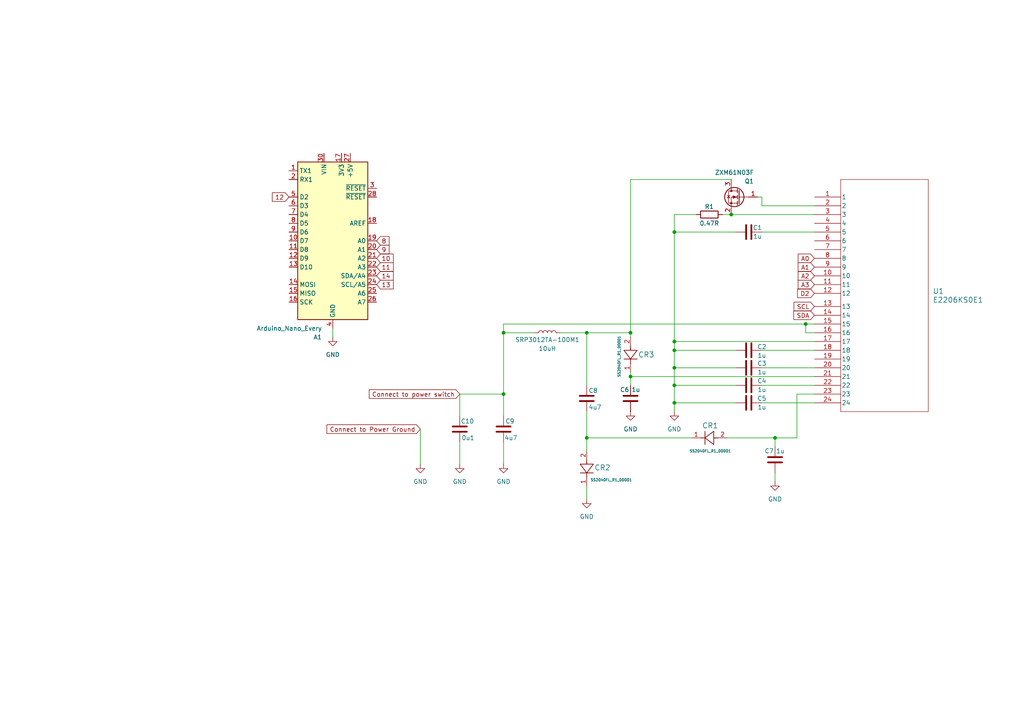
<source format=kicad_sch>
(kicad_sch (version 20250114) (generator "eeschema") (generator_version "9.0")
  (paper "A4")
  (lib_symbols
    (symbol "Transistor_FET:ZXM61N03F" (pin_names (offset 0) (hide yes))
      (property "Reference" "Q" (at 5.08 1.905 0))
      (property "Value" "ZXM61N03F" (at 5.08 0 0))
      (symbol "ZXM61N03F_0_1"
        (polyline (pts (xy 0.254 1.905) (xy 0.254 -1.905)) (stroke (width 0.254)))
        (polyline (pts (xy 0.254 0) (xy -2.54 0)))
        (polyline (pts (xy 0.762 2.286) (xy 0.762 1.27)) (stroke (width 0.254)))
        (polyline (pts (xy 0.762 0.508) (xy 0.762 -0.508)) (stroke (width 0.254)))
        (polyline (pts (xy 0.762 -1.27) (xy 0.762 -2.286)) (stroke (width 0.254)))
        (polyline (pts (xy 0.762 -1.778) (xy 3.302 -1.778) (xy 3.302 1.778) (xy 0.762 1.778)))
        (polyline (pts (xy 1.016 0) (xy 2.032 0.381) (xy 2.032 -0.381) (xy 1.016 0)) (fill (type outline)))
        (circle (center 1.651 0) (radius 2.794) (stroke (width 0.254)))
        (polyline (pts (xy 2.54 2.54) (xy 2.54 1.778)))
        (circle (center 2.54 1.778) (radius 0.254) (fill (type outline)))
        (circle (center 2.54 -1.778) (radius 0.254) (fill (type outline)))
        (polyline (pts (xy 2.54 -2.54) (xy 2.54 0) (xy 0.762 0)))
        (polyline (pts (xy 2.921 0.381) (xy 3.683 0.381)))
        (polyline (pts (xy 3.302 0.381) (xy 2.921 -0.254) (xy 3.683 -0.254) (xy 3.302 0.381)))
      )
      (symbol "ZXM61N03F_1_1"
        (pin input line (at -5.08 0 0) (length 2.54) (name "G") (number "1"))
        (pin passive line (at 2.54 5.08 270) (length 2.54) (name "D") (number "3"))
        (pin passive line (at 2.54 -5.08 90) (length 2.54) (name "S") (number "2"))
      )
    )
    (symbol "power:GND" (power) (pin_numbers (hide yes)) (pin_names (offset 0) (hide yes))
      (property "Value" "GND" (at 0 -3.81 0))
      (symbol "GND_0_1"
        (polyline (pts (xy 0 0) (xy 0 -1.27) (xy 1.27 -1.27) (xy 0 -2.54) (xy -1.27 -1.27) (xy 0 -1.27)))
      )
      (symbol "GND_1_1"
        (pin power_in line (at 0 0 270) (length 0) (name "~") (number "1"))
      )
    )
    (symbol "rsx_Capacitors:0u1" (pin_numbers (hide yes)) (pin_names (offset 0.254))
      (property "Reference" "C" (at 0.635 2.54 0))
      (property "Value" "0u1" (at 0.635 -2.54 0))
      (symbol "0u1_0_1"
        (polyline (pts (xy -2.032 0.762) (xy 2.032 0.762)) (stroke (width 0.508)))
        (polyline (pts (xy -2.032 -0.762) (xy 2.032 -0.762)) (stroke (width 0.508)))
      )
      (symbol "0u1_1_1"
        (pin passive line (at 0 3.81 270) (length 2.794) (name "~") (number "1"))
        (pin passive line (at 0 -3.81 90) (length 2.794) (name "~") (number "2"))
      )
    )
    (symbol "rsx_Capacitors:1u" (pin_numbers (hide yes)) (pin_names (offset 0.254))
      (property "Reference" "C" (at 0.635 2.54 0))
      (property "Value" "1u" (at 0.635 -2.54 0))
      (symbol "1u_0_1"
        (polyline (pts (xy -2.032 0.762) (xy 2.032 0.762)) (stroke (width 0.508)))
        (polyline (pts (xy -2.032 -0.762) (xy 2.032 -0.762)) (stroke (width 0.508)))
      )
      (symbol "1u_1_1"
        (pin passive line (at 0 3.81 270) (length 2.794) (name "~") (number "1"))
        (pin passive line (at 0 -3.81 90) (length 2.794) (name "~") (number "2"))
      )
    )
    (symbol "rsx_Capacitors:4u7" (pin_numbers (hide yes)) (pin_names (offset 0.254))
      (property "Reference" "C" (at 0.635 2.54 0))
      (property "Value" "4u7" (at 0.635 -2.54 0))
      (symbol "4u7_0_1"
        (polyline (pts (xy -2.032 0.762) (xy 2.032 0.762)) (stroke (width 0.508)))
        (polyline (pts (xy -2.032 -0.762) (xy 2.032 -0.762)) (stroke (width 0.508)))
      )
      (symbol "4u7_1_1"
        (pin passive line (at 0 3.81 270) (length 2.794) (name "~") (number "1"))
        (pin passive line (at 0 -3.81 90) (length 2.794) (name "~") (number "2"))
      )
    )
    (symbol "rsx_Modules:Arduino_Nano_Every"
      (property "Reference" "A" (at -10.16 23.495 0))
      (property "Value" "Arduino_Nano_Every" (at 5.08 -24.13 0))
      (symbol "Arduino_Nano_Every_0_1"
        (rectangle (start -10.16 22.86) (end 10.16 -22.86) (stroke (width 0.254)) (fill (type background)))
      )
      (symbol "Arduino_Nano_Every_1_1"
        (pin bidirectional line (at -12.7 20.32 0) (length 2.54) (name "TX1") (number "1"))
        (pin bidirectional line (at -12.7 17.78 0) (length 2.54) (name "RX1") (number "2"))
        (pin bidirectional line (at -12.7 12.7 0) (length 2.54) (name "D2") (number "5"))
        (pin bidirectional line (at -12.7 10.16 0) (length 2.54) (name "D3") (number "6"))
        (pin bidirectional line (at -12.7 7.62 0) (length 2.54) (name "D4") (number "7"))
        (pin bidirectional line (at -12.7 5.08 0) (length 2.54) (name "D5") (number "8"))
        (pin bidirectional line (at -12.7 2.54 0) (length 2.54) (name "D6") (number "9"))
        (pin bidirectional line (at -12.7 0 0) (length 2.54) (name "D7") (number "10"))
        (pin bidirectional line (at -12.7 -2.54 0) (length 2.54) (name "D8") (number "11"))
        (pin bidirectional line (at -12.7 -5.08 0) (length 2.54) (name "D9") (number "12"))
        (pin bidirectional line (at -12.7 -7.62 0) (length 2.54) (name "D10") (number "13"))
        (pin bidirectional line (at -12.7 -12.7 0) (length 2.54) (name "MOSI") (number "14"))
        (pin bidirectional line (at -12.7 -15.24 0) (length 2.54) (name "MISO") (number "15"))
        (pin bidirectional line (at -12.7 -17.78 0) (length 2.54) (name "SCK") (number "16"))
        (pin power_in line (at -2.54 25.4 270) (length 2.54) (name "VIN") (number "30"))
        (pin passive line (at 0 -25.4 90) (length 2.54) (hide yes) (name "GND") (number "29"))
        (pin power_in line (at 0 -25.4 90) (length 2.54) (name "GND") (number "4"))
        (pin power_out line (at 2.54 25.4 270) (length 2.54) (name "3V3") (number "17"))
        (pin power_out line (at 5.08 25.4 270) (length 2.54) (name "+5V") (number "27"))
        (pin input line (at 12.7 15.24 180) (length 2.54) (name "~{RESET}") (number "3"))
        (pin input line (at 12.7 12.7 180) (length 2.54) (name "~{RESET}") (number "28"))
        (pin input line (at 12.7 5.08 180) (length 2.54) (name "AREF") (number "18"))
        (pin bidirectional line (at 12.7 0 180) (length 2.54) (name "A0") (number "19"))
        (pin bidirectional line (at 12.7 -2.54 180) (length 2.54) (name "A1") (number "20"))
        (pin bidirectional line (at 12.7 -5.08 180) (length 2.54) (name "A2") (number "21"))
        (pin bidirectional line (at 12.7 -7.62 180) (length 2.54) (name "A3") (number "22"))
        (pin bidirectional line (at 12.7 -10.16 180) (length 2.54) (name "SDA/A4") (number "23"))
        (pin bidirectional line (at 12.7 -12.7 180) (length 2.54) (name "SCL/A5") (number "24"))
        (pin bidirectional line (at 12.7 -15.24 180) (length 2.54) (name "A6") (number "25"))
        (pin bidirectional line (at 12.7 -17.78 180) (length 2.54) (name "A7") (number "26"))
      )
    )
    (symbol "rsx_Resistors:0.47R" (pin_numbers (hide yes)) (pin_names (offset 0))
      (property "Reference" "R" (at 2.032 0 90))
      (property "Value" "0.47R" (at 0 0 90))
      (symbol "0.47R_0_1"
        (rectangle (start -1.016 -2.54) (end 1.016 2.54) (stroke (width 0.254)))
      )
      (symbol "0.47R_1_1"
        (pin passive line (at 0 3.81 270) (length 1.27) (name "~") (number "1"))
        (pin passive line (at 0 -3.81 90) (length 1.27) (name "~") (number "2"))
      )
    )
    (symbol "rsx_diodes:SS2040FL_R1_00001" (pin_names (offset 0.254))
      (property "Reference" "CR" (at 5.08 4.445 0))
      (property "Value" "SS2040FL_R1_00001" (at 5.08 -3.81 0))
      (symbol "SS2040FL_R1_00001_0_1"
        (polyline (pts (xy 2.54 0) (xy 3.4798 0)) (stroke (width 0.2032)))
        (polyline (pts (xy 3.175 0) (xy 3.81 0)) (stroke (width 0.2032)))
        (polyline (pts (xy 3.81 1.905) (xy 3.81 -1.905)) (stroke (width 0.2032)))
        (polyline (pts (xy 3.81 -1.905) (xy 6.35 0)) (stroke (width 0.2032)))
        (polyline (pts (xy 6.35 0) (xy 3.81 1.905)) (stroke (width 0.2032)))
        (polyline (pts (xy 6.35 0) (xy 7.62 0)) (stroke (width 0.2032)))
        (polyline (pts (xy 6.35 -1.905) (xy 6.35 1.905)) (stroke (width 0.2032)))
        (pin unspecified line (at 0 0 0) (length 2.54) (name "") (number "2"))
        (pin unspecified line (at 10.16 0 180) (length 2.54) (name "") (number "1"))
      )
    )
    (symbol "rsx_inductors:10uH SRP3012TA-100M" (pin_numbers (hide yes)) (pin_names (offset 1.016) (hide yes))
      (property "Reference" "SRP3012TA-100M" (at -1.27 0 90))
      (property "Value" "10uH" (at 1.905 0 90))
      (symbol "10uH SRP3012TA-100M_0_1"
        (arc (start 0 2.54) (mid 0.6323 1.905) (end 0 1.27))
        (arc (start 0 1.27) (mid 0.6323 0.635) (end 0 0))
        (arc (start 0 0) (mid 0.6323 -0.635) (end 0 -1.27))
        (arc (start 0 -1.27) (mid 0.6323 -1.905) (end 0 -2.54))
      )
      (symbol "10uH SRP3012TA-100M_1_1"
        (pin passive line (at 0 3.81 270) (length 1.27) (name "1") (number "1"))
        (pin passive line (at 0 -3.81 90) (length 1.27) (name "2") (number "2"))
      )
    )
    (symbol "rsx_misc:Graphic Display" (pin_names (offset 0.254))
      (property "Reference" "U3" (at 44.45 -2.54 0))
      (property "Value" "E2206KS0E1" (at 44.45 -5.08 0))
      (symbol "Graphic Display_0_1"
        (polyline (pts (xy 31.75 -7.62) (xy 31.75 -74.93)) (stroke (width 0.127)))
        (polyline (pts (xy 31.75 -74.93) (xy 57.15 -74.93)) (stroke (width 0.127)))
        (polyline (pts (xy 57.15 -7.62) (xy 31.75 -7.62)) (stroke (width 0.127)))
        (polyline (pts (xy 57.15 -74.93) (xy 57.15 -7.62)) (stroke (width 0.127)))
        (pin unspecified line (at 24.13 -12.7 0) (length 7.62) (name "1") (number "1"))
        (pin unspecified line (at 24.13 -15.24 0) (length 7.62) (name "2") (number "2"))
        (pin unspecified line (at 24.13 -17.78 0) (length 7.62) (name "3") (number "3"))
        (pin unspecified line (at 24.13 -20.32 0) (length 7.62) (name "4") (number "4"))
        (pin unspecified line (at 24.13 -22.86 0) (length 7.62) (name "5") (number "5"))
        (pin unspecified line (at 24.13 -25.4 0) (length 7.62) (name "6") (number "6"))
        (pin unspecified line (at 24.13 -27.94 0) (length 7.62) (name "7") (number "7"))
        (pin unspecified line (at 24.13 -30.48 0) (length 7.62) (name "8") (number "8"))
        (pin unspecified line (at 24.13 -33.02 0) (length 7.62) (name "9") (number "9"))
        (pin unspecified line (at 24.13 -35.56 0) (length 7.62) (name "10") (number "10"))
        (pin unspecified line (at 24.13 -38.1 0) (length 7.62) (name "11") (number "11"))
        (pin unspecified line (at 24.13 -40.64 0) (length 7.62) (name "12") (number "12"))
      )
      (symbol "Graphic Display_1_1"
        (pin unspecified line (at 24.13 -44.45 0) (length 7.62) (name "13") (number "13"))
        (pin unspecified line (at 24.13 -46.99 0) (length 7.62) (name "14") (number "14"))
        (pin unspecified line (at 24.13 -49.53 0) (length 7.62) (name "15") (number "15"))
        (pin unspecified line (at 24.13 -52.07 0) (length 7.62) (name "16") (number "16"))
        (pin unspecified line (at 24.13 -54.61 0) (length 7.62) (name "17") (number "17"))
        (pin unspecified line (at 24.13 -57.15 0) (length 7.62) (name "18") (number "18"))
        (pin unspecified line (at 24.13 -59.69 0) (length 7.62) (name "19") (number "19"))
        (pin unspecified line (at 24.13 -62.23 0) (length 7.62) (name "20") (number "20"))
        (pin unspecified line (at 24.13 -64.77 0) (length 7.62) (name "21") (number "21"))
        (pin unspecified line (at 24.13 -67.31 0) (length 7.62) (name "22") (number "22"))
        (pin unspecified line (at 24.13 -69.85 0) (length 7.62) (name "23") (number "23"))
        (pin unspecified line (at 24.13 -72.39 0) (length 7.62) (name "24") (number "24"))
      )
    )
  )
  (junction (at 224.79 127))
  (junction (at 195.58 99.06))
  (junction (at 212.09 62.23))
  (junction (at 195.58 111.76))
  (junction (at 146.05 96.52))
  (junction (at 182.88 96.52))
  (junction (at 170.18 96.52))
  (junction (at 182.88 109.22))
  (junction (at 195.58 116.84))
  (junction (at 195.58 67.31))
  (junction (at 146.05 114.3))
  (junction (at 195.58 101.6))
  (junction (at 170.18 127))
  (junction (at 195.58 106.68))
  (junction (at 233.68 93.98))
  (wire (pts (xy 121.92 134.62) (xy 121.92 124.46)))
  (wire (pts (xy 231.14 127) (xy 231.14 114.3)))
  (wire (pts (xy 195.58 67.31) (xy 195.58 99.06)))
  (wire (pts (xy 224.79 127) (xy 231.14 127)))
  (wire (pts (xy 220.98 57.15) (xy 220.98 59.69)))
  (wire (pts (xy 236.22 109.22) (xy 182.88 109.22)))
  (wire (pts (xy 231.14 114.3) (xy 236.22 114.3)))
  (wire (pts (xy 220.98 116.84) (xy 236.22 116.84)))
  (wire (pts (xy 220.98 59.69) (xy 236.22 59.69)))
  (wire (pts (xy 146.05 93.98) (xy 146.05 96.52)))
  (wire (pts (xy 170.18 127) (xy 170.18 130.81)))
  (wire (pts (xy 170.18 119.38) (xy 170.18 127)))
  (wire (pts (xy 236.22 96.52) (xy 233.68 96.52)))
  (wire (pts (xy 146.05 128.27) (xy 146.05 134.62)))
  (wire (pts (xy 220.98 67.31) (xy 236.22 67.31)))
  (wire (pts (xy 195.58 101.6) (xy 213.36 101.6)))
  (wire (pts (xy 133.35 114.3) (xy 146.05 114.3)))
  (wire (pts (xy 133.35 120.65) (xy 133.35 114.3)))
  (wire (pts (xy 236.22 111.76) (xy 220.98 111.76)))
  (wire (pts (xy 209.55 62.23) (xy 212.09 62.23)))
  (wire (pts (xy 233.68 93.98) (xy 236.22 93.98)))
  (wire (pts (xy 236.22 101.6) (xy 220.98 101.6)))
  (wire (pts (xy 224.79 129.54) (xy 224.79 127)))
  (wire (pts (xy 195.58 111.76) (xy 195.58 116.84)))
  (wire (pts (xy 236.22 99.06) (xy 195.58 99.06)))
  (wire (pts (xy 236.22 106.68) (xy 220.98 106.68)))
  (wire (pts (xy 146.05 96.52) (xy 146.05 114.3)))
  (wire (pts (xy 210.82 127) (xy 224.79 127)))
  (wire (pts (xy 133.35 128.27) (xy 133.35 134.62)))
  (wire (pts (xy 146.05 96.52) (xy 154.94 96.52)))
  (wire (pts (xy 195.58 111.76) (xy 213.36 111.76)))
  (wire (pts (xy 213.36 67.31) (xy 195.58 67.31)))
  (wire (pts (xy 195.58 116.84) (xy 213.36 116.84)))
  (wire (pts (xy 182.88 107.95) (xy 182.88 109.22)))
  (wire (pts (xy 146.05 93.98) (xy 233.68 93.98)))
  (wire (pts (xy 224.79 137.16) (xy 224.79 139.7)))
  (wire (pts (xy 182.88 96.52) (xy 182.88 52.07)))
  (wire (pts (xy 170.18 140.97) (xy 170.18 144.78)))
  (wire (pts (xy 170.18 96.52) (xy 182.88 96.52)))
  (wire (pts (xy 195.58 62.23) (xy 201.93 62.23)))
  (wire (pts (xy 162.56 96.52) (xy 170.18 96.52)))
  (wire (pts (xy 233.68 96.52) (xy 233.68 93.98)))
  (wire (pts (xy 182.88 109.22) (xy 182.88 111.76)))
  (wire (pts (xy 195.58 106.68) (xy 195.58 111.76)))
  (wire (pts (xy 170.18 127) (xy 200.66 127)))
  (wire (pts (xy 213.36 106.68) (xy 195.58 106.68)))
  (wire (pts (xy 182.88 52.07) (xy 212.09 52.07)))
  (wire (pts (xy 182.88 97.79) (xy 182.88 96.52)))
  (wire (pts (xy 195.58 116.84) (xy 195.58 119.38)))
  (wire (pts (xy 219.71 57.15) (xy 220.98 57.15)))
  (wire (pts (xy 195.58 67.31) (xy 195.58 62.23)))
  (wire (pts (xy 195.58 99.06) (xy 195.58 101.6)))
  (wire (pts (xy 195.58 101.6) (xy 195.58 106.68)))
  (wire (pts (xy 212.09 62.23) (xy 236.22 62.23)))
  (wire (pts (xy 96.52 95.25) (xy 96.52 97.79)))
  (wire (pts (xy 146.05 114.3) (xy 146.05 120.65)))
  (wire (pts (xy 170.18 111.76) (xy 170.18 96.52)))
  (global_label "A3" (shape input) (at 236.22 82.55 180) (property "Intersheetrefs" "${INTERSHEET_REFS}" (effects (hide yes))))
  (global_label "13" (shape input) (at 109.22 82.55 0) (property "Intersheetrefs" "${INTERSHEET_REFS}" (effects (hide yes))))
  (global_label "14" (shape input) (at 109.22 80.01 0) (property "Intersheetrefs" "${INTERSHEET_REFS}" (effects (hide yes))))
  (global_label "9" (shape input) (at 109.22 72.39 0) (property "Intersheetrefs" "${INTERSHEET_REFS}" (effects (hide yes))))
  (global_label "SDA" (shape input) (at 236.22 91.44 180) (property "Intersheetrefs" "${INTERSHEET_REFS}" (effects (hide yes))))
  (global_label "D2" (shape input) (at 236.22 85.09 180) (property "Intersheetrefs" "${INTERSHEET_REFS}" (effects (hide yes))))
  (global_label "SCL" (shape input) (at 236.22 88.9 180) (property "Intersheetrefs" "${INTERSHEET_REFS}" (effects (hide yes))))
  (global_label "8" (shape input) (at 109.22 69.85 0) (property "Intersheetrefs" "${INTERSHEET_REFS}" (effects (hide yes))))
  (global_label "Connect to Power Ground" (shape input) (at 121.92 124.46 180) (property "Intersheetrefs" "${INTERSHEET_REFS}" (effects (hide yes))))
  (global_label "12" (shape input) (at 83.82 57.15 180) (property "Intersheetrefs" "${INTERSHEET_REFS}" (effects (hide yes))))
  (global_label "A1" (shape input) (at 236.22 77.47 180) (property "Intersheetrefs" "${INTERSHEET_REFS}" (effects (hide yes))))
  (global_label "11" (shape input) (at 109.22 77.47 0) (property "Intersheetrefs" "${INTERSHEET_REFS}" (effects (hide yes))))
  (global_label "10" (shape input) (at 109.22 74.93 0) (property "Intersheetrefs" "${INTERSHEET_REFS}" (effects (hide yes))))
  (global_label "A2" (shape input) (at 236.22 80.01 180) (property "Intersheetrefs" "${INTERSHEET_REFS}" (effects (hide yes))))
  (global_label "A0" (shape input) (at 236.22 74.93 180) (property "Intersheetrefs" "${INTERSHEET_REFS}" (effects (hide yes))))
  (global_label "Connect to power switch" (shape input) (at 133.35 114.3 180) (property "Intersheetrefs" "${INTERSHEET_REFS}" (effects (hide yes))))
  (symbol (lib_id "rsx_Capacitors:1u") (at 217.17 101.6 90) (unit 1)
    (property "Reference" "C2" (at 220.98 100.584 90))
    (property "Value" "1u" (at 220.98 103.124 90))
    (property "Footprint" "rsx_capacitors:C_0805_2012Metric" (effects (hide yes)))
    (property "Description" "CAP CER 1UF 50V X7R 0805" (effects (hide yes)))
    (property "MFR" "Samsung Electro-Mechanics" (effects (hide yes)))
    (property "DPN" "1276-1029-1-ND" (effects (hide yes)))
    (property "MPN" "CL21B105KBFNNNE" (effects (hide yes)))
  )
  (symbol (lib_id "rsx_diodes:SS2040FL_R1_00001") (at 170.18 130.81 270) (unit 1)
    (property "Reference" "CR2" (at 174.752 135.636 90) (effects (font (size 1.524 1.524))))
    (property "Value" "SS2040FL_R1_00001" (at 177.292 139.192 90) (effects (font (size 0.762 0.762))))
    (property "Footprint" "CR_R1_00001_PNJ" (effects (hide yes)))
    (property "Datasheet" "SS2040FL_R1_00001" (effects (hide yes)))
  )
  (symbol (lib_id "rsx_Capacitors:1u") (at 182.88 115.57 180) (unit 1)
    (property "Reference" "C6" (at 179.832 113.03 0) (effects (justify right)))
    (property "Value" "1u" (at 183.134 113.03 0) (effects (justify right)))
    (property "Footprint" "rsx_capacitors:C_0805_2012Metric" (effects (hide yes)))
    (property "Description" "CAP CER 1UF 50V X7R 0805" (effects (hide yes)))
    (property "MFR" "Samsung Electro-Mechanics" (effects (hide yes)))
    (property "DPN" "1276-1029-1-ND" (effects (hide yes)))
    (property "MPN" "CL21B105KBFNNNE" (effects (hide yes)))
  )
  (symbol (lib_id "rsx_Resistors:0.47R") (at 205.74 62.23 90) (unit 1)
    (property "Reference" "R1" (at 205.74 59.944 90))
    (property "Value" "0.47R" (at 205.74 64.77 90))
    (property "Footprint" "rsx_resistors:R_1206_3216Metric" (effects (hide yes)))
    (property "Datasheet" "https://www.yageogroup.com/content/Resource%20Library/Datasheet/PYU-RL_GROUP_521_ROHS_L.pdf" (effects (hide yes)))
    (property "Description" "RES 0.47 OHM 1% 1/4W 1206" (effects (hide yes)))
    (property "MFR" "  YAGEO" (effects (hide yes)))
    (property "DPN" "311-.47LWCT-ND" (effects (hide yes)))
    (property "MPN" "RL1206FR-070R47L" (effects (hide yes)))
  )
  (symbol (lib_id "rsx_Capacitors:1u") (at 224.79 133.35 180) (unit 1)
    (property "Reference" "C7" (at 221.742 130.81 0) (effects (justify right)))
    (property "Value" "1u" (at 225.044 130.81 0) (effects (justify right)))
    (property "Footprint" "rsx_capacitors:C_0805_2012Metric" (effects (hide yes)))
    (property "Description" "CAP CER 1UF 50V X7R 0805" (effects (hide yes)))
    (property "MFR" "Samsung Electro-Mechanics" (effects (hide yes)))
    (property "DPN" "1276-1029-1-ND" (effects (hide yes)))
    (property "MPN" "CL21B105KBFNNNE" (effects (hide yes)))
  )
  (symbol (lib_id "rsx_diodes:SS2040FL_R1_00001") (at 210.82 127 180) (unit 1)
    (property "Reference" "CR1" (at 205.994 123.444 0) (effects (font (size 1.524 1.524))))
    (property "Value" "SS2040FL_R1_00001" (at 205.994 130.81 0) (effects (font (size 0.762 0.762))))
    (property "Footprint" "CR_R1_00001_PNJ" (effects (hide yes)))
    (property "Datasheet" "SS2040FL_R1_00001" (effects (hide yes)))
  )
  (symbol (lib_id "power:GND") (at 121.92 134.62 0) (unit 1)
    (property "Reference" "#PWR08" (effects (hide yes)))
    (property "Value" "GND" (at 121.92 139.7 0))
    (property "Description" "Power symbol creates a global label with name \"GND\" , ground" (effects (hide yes)))
  )
  (symbol (lib_id "power:GND") (at 133.35 134.62 0) (unit 1)
    (property "Reference" "#PWR06" (effects (hide yes)))
    (property "Value" "GND" (at 133.35 139.7 0))
    (property "Description" "Power symbol creates a global label with name \"GND\" , ground" (effects (hide yes)))
  )
  (symbol (lib_id "power:GND") (at 182.88 119.38 0) (unit 1)
    (property "Reference" "#PWR03" (effects (hide yes)))
    (property "Value" "GND" (at 182.88 124.46 0))
    (property "Description" "Power symbol creates a global label with name \"GND\" , ground" (effects (hide yes)))
  )
  (symbol (lib_id "power:GND") (at 146.05 134.62 0) (unit 1)
    (property "Reference" "#PWR05" (effects (hide yes)))
    (property "Value" "GND" (at 146.05 139.7 0))
    (property "Description" "Power symbol creates a global label with name \"GND\" , ground" (effects (hide yes)))
  )
  (symbol (lib_id "rsx_Capacitors:0u1") (at 133.35 124.46 0) (unit 1)
    (property "Reference" "C10" (at 133.604 122.174 0) (effects (justify left)))
    (property "Value" "0u1" (at 133.858 127 0) (effects (justify left)))
    (property "Footprint" "rsx_capacitors:C_0603_1608Metric" (effects (hide yes)))
    (property "Description" "CAP CER 0.1UF 50V X7R 0603" (effects (hide yes)))
    (property "MFR" "TDK Corporation" (effects (hide yes)))
    (property "DPN" "445-1314-1-ND" (effects (hide yes)))
    (property "MPN" "C1608X7R1H104K080AA" (effects (hide yes)))
  )
  (symbol (lib_id "rsx_misc:Graphic Display") (at 212.09 44.45 0) (unit 1)
    (property "Reference" "U1" (at 270.51 84.4549 0) (effects (font (size 1.524 1.524)) (justify left)))
    (property "Value" "E2206KS0E1" (at 270.51 86.9949 0) (effects (font (size 1.524 1.524)) (justify left)))
    (property "Footprint" "SOIC_096NL_PUL" (effects (hide yes)))
    (property "Datasheet" "https://www.pervasivedisplays.com/wp-content/uploads/2023/12/1Pxxx-00_tentative_E2206KS0E1_20230901.pdf" (effects (hide yes)))
    (property "Description" "GRAPHIC DISPLAY TFT BLACK 2.06\"" (effects (hide yes)))
    (property "dpn" "553-3758-ND" (effects (hide yes)))
    (property "manufacturer" "pervasive displays" (effects (hide yes)))
    (property "MPN" "E2206KS0E1" (effects (hide yes)))
  )
  (symbol (lib_id "rsx_Capacitors:1u") (at 217.17 106.68 90) (unit 1)
    (property "Reference" "C3" (at 220.98 105.41 90))
    (property "Value" "1u" (at 220.98 107.95 90))
    (property "Footprint" "rsx_capacitors:C_0805_2012Metric" (effects (hide yes)))
    (property "Description" "CAP CER 1UF 50V X7R 0805" (effects (hide yes)))
    (property "MFR" "Samsung Electro-Mechanics" (effects (hide yes)))
    (property "DPN" "1276-1029-1-ND" (effects (hide yes)))
    (property "MPN" "CL21B105KBFNNNE" (effects (hide yes)))
  )
  (symbol (lib_id "power:GND") (at 195.58 119.38 0) (unit 1)
    (property "Reference" "#PWR02" (effects (hide yes)))
    (property "Value" "GND" (at 195.58 124.46 0))
    (property "Description" "Power symbol creates a global label with name \"GND\" , ground" (effects (hide yes)))
  )
  (symbol (lib_id "rsx_Modules:Arduino_Nano_Every") (at 96.52 69.85 0) (unit 1)
    (property "Reference" "A1" (at 93.4019 97.79 0) (effects (justify right)))
    (property "Value" "Arduino_Nano_Every" (at 93.4019 95.25 0) (effects (justify right)))
    (property "Footprint" "Module:Arduino_Nano" (effects (hide yes)))
    (property "Datasheet" "https://content.arduino.cc/assets/NANOEveryV3.0_sch.pdf" (effects (hide yes)))
    (property "Description" "Arduino Nano Every" (effects (hide yes)))
  )
  (symbol (lib_id "rsx_inductors:10uH SRP3012TA-100M") (at 158.75 96.52 90) (unit 1)
    (property "Reference" "SRP3012TA-100M1" (at 158.75 98.552 90))
    (property "Value" "10uH" (at 158.75 101.092 90))
    (property "Footprint" "rsx_inductors:IND_SRP3012TA_BRN" (effects (hide yes)))
    (property "Datasheet" "https://www.bourns.com/docs/Product-Datasheets/SRP3012TA.pdf" (effects (hide yes)))
    (property "Description" "FIXED IND 10UH 1A 550 MOHM SMD" (effects (hide yes)))
    (property "MFR" "Bourns Inc." (effects (hide yes)))
    (property "DPN" "SRP3012TA-100MCT-ND" (effects (hide yes)))
    (property "MPN" "SRP3012TA-100M" (effects (hide yes)))
  )
  (symbol (lib_id "Transistor_FET:ZXM61N03F") (at 214.63 57.15 0) (mirror y) (unit 1)
    (property "Reference" "Q1" (at 218.694 52.578 0) (effects (justify left)))
    (property "Value" "ZXM61N03F" (at 218.694 50.038 0) (effects (justify left)))
    (property "Footprint" "Package_TO_SOT_SMD:SOT-23" (effects (hide yes)))
    (property "Datasheet" "http://www.diodes.com/assets/Datasheets/ZXM61N03F.pdf" (effects (hide yes)))
    (property "Description" "1.4A Id, 30V Vds, N-Channel MOSFET, SOT-23" (effects (hide yes)))
  )
  (symbol (lib_id "rsx_diodes:SS2040FL_R1_00001") (at 182.88 97.79 270) (unit 1)
    (property "Reference" "CR3" (at 187.452 102.87 90) (effects (font (size 1.524 1.524))))
    (property "Value" "SS2040FL_R1_00001" (at 179.578 103.378 0) (effects (font (size 0.762 0.762))))
    (property "Footprint" "CR_R1_00001_PNJ" (effects (hide yes)))
    (property "Datasheet" "SS2040FL_R1_00001" (effects (hide yes)))
  )
  (symbol (lib_id "power:GND") (at 96.52 97.79 0) (unit 1)
    (property "Reference" "#PWR07" (effects (hide yes)))
    (property "Value" "GND" (at 96.52 102.87 0))
    (property "Description" "Power symbol creates a global label with name \"GND\" , ground" (effects (hide yes)))
  )
  (symbol (lib_id "power:GND") (at 224.79 139.7 0) (unit 1)
    (property "Reference" "#PWR01" (effects (hide yes)))
    (property "Value" "GND" (at 224.79 144.78 0))
    (property "Description" "Power symbol creates a global label with name \"GND\" , ground" (effects (hide yes)))
  )
  (symbol (lib_id "rsx_Capacitors:4u7") (at 146.05 124.46 0) (unit 1)
    (property "Reference" "C9" (at 146.558 122.174 0) (effects (justify left)))
    (property "Value" "4u7" (at 146.304 127 0) (effects (justify left)))
    (property "Footprint" "rsx_capacitors:C_0805_2012Metric" (effects (hide yes)))
    (property "Description" "CAP CER 4.7UF 35V X7R 0805" (effects (hide yes)))
    (property "MFR" "Murata Electronics" (effects (hide yes)))
    (property "DPN" "490-GRM21BZ7YA475KE15KCT-ND" (effects (hide yes)))
    (property "MPN" "GRM21BZ7YA475KE15K" (effects (hide yes)))
  )
  (symbol (lib_id "rsx_Capacitors:1u") (at 217.17 67.31 90) (unit 1)
    (property "Reference" "C1" (at 219.71 66.04 90))
    (property "Value" "1u" (at 219.71 68.58 90))
    (property "Footprint" "rsx_capacitors:C_0805_2012Metric" (effects (hide yes)))
    (property "Description" "CAP CER 1UF 50V X7R 0805" (effects (hide yes)))
    (property "MFR" "Samsung Electro-Mechanics" (effects (hide yes)))
    (property "DPN" "1276-1029-1-ND" (effects (hide yes)))
    (property "MPN" "CL21B105KBFNNNE" (effects (hide yes)))
  )
  (symbol (lib_id "power:GND") (at 170.18 144.78 0) (unit 1)
    (property "Reference" "#PWR04" (effects (hide yes)))
    (property "Value" "GND" (at 170.18 149.86 0))
    (property "Description" "Power symbol creates a global label with name \"GND\" , ground" (effects (hide yes)))
  )
  (symbol (lib_id "rsx_Capacitors:1u") (at 217.17 111.76 90) (unit 1)
    (property "Reference" "C4" (at 220.98 110.49 90))
    (property "Value" "1u" (at 220.98 113.03 90))
    (property "Footprint" "rsx_capacitors:C_0805_2012Metric" (effects (hide yes)))
    (property "Description" "CAP CER 1UF 50V X7R 0805" (effects (hide yes)))
    (property "MFR" "Samsung Electro-Mechanics" (effects (hide yes)))
    (property "DPN" "1276-1029-1-ND" (effects (hide yes)))
    (property "MPN" "CL21B105KBFNNNE" (effects (hide yes)))
  )
  (symbol (lib_id "rsx_Capacitors:1u") (at 217.17 116.84 90) (unit 1)
    (property "Reference" "C5" (at 220.98 115.57 90))
    (property "Value" "1u" (at 220.98 118.11 90))
    (property "Footprint" "rsx_capacitors:C_0805_2012Metric" (effects (hide yes)))
    (property "Description" "CAP CER 1UF 50V X7R 0805" (effects (hide yes)))
    (property "MFR" "Samsung Electro-Mechanics" (effects (hide yes)))
    (property "DPN" "1276-1029-1-ND" (effects (hide yes)))
    (property "MPN" "CL21B105KBFNNNE" (effects (hide yes)))
  )
  (symbol (lib_id "rsx_Capacitors:4u7") (at 170.18 115.57 0) (unit 1)
    (property "Reference" "C8" (at 170.688 113.284 0) (effects (justify left)))
    (property "Value" "4u7" (at 170.688 118.11 0) (effects (justify left)))
    (property "Footprint" "rsx_capacitors:C_0805_2012Metric" (effects (hide yes)))
    (property "Description" "CAP CER 4.7UF 35V X7R 0805" (effects (hide yes)))
    (property "MFR" "Murata Electronics" (effects (hide yes)))
    (property "DPN" "490-GRM21BZ7YA475KE15KCT-ND" (effects (hide yes)))
    (property "MPN" "GRM21BZ7YA475KE15K" (effects (hide yes)))
  )
)
</source>
